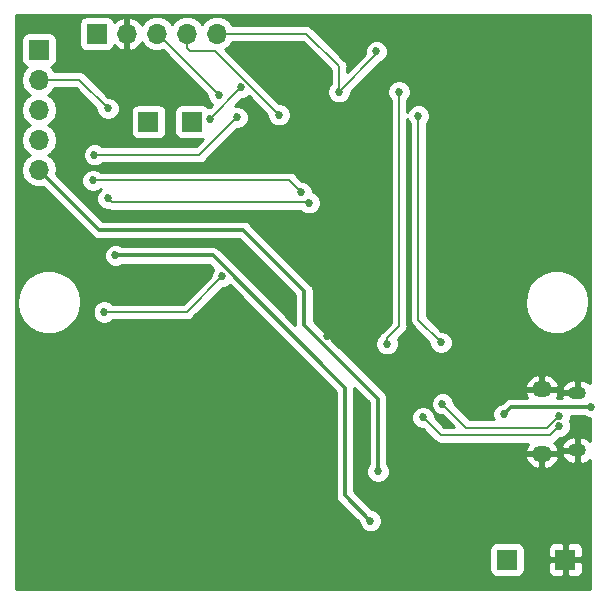
<source format=gbr>
G04 #@! TF.GenerationSoftware,KiCad,Pcbnew,(5.0.2)-1*
G04 #@! TF.CreationDate,2019-11-27T21:51:56-08:00*
G04 #@! TF.ProjectId,bsidessd,62736964-6573-4736-942e-6b696361645f,rev?*
G04 #@! TF.SameCoordinates,Original*
G04 #@! TF.FileFunction,Copper,L2,Bot*
G04 #@! TF.FilePolarity,Positive*
%FSLAX46Y46*%
G04 Gerber Fmt 4.6, Leading zero omitted, Abs format (unit mm)*
G04 Created by KiCad (PCBNEW (5.0.2)-1) date 11/27/2019 9:51:56 PM*
%MOMM*%
%LPD*%
G01*
G04 APERTURE LIST*
G04 #@! TA.AperFunction,ComponentPad*
%ADD10R,1.700000X1.700000*%
G04 #@! TD*
G04 #@! TA.AperFunction,ComponentPad*
%ADD11O,1.700000X1.700000*%
G04 #@! TD*
G04 #@! TA.AperFunction,ComponentPad*
%ADD12O,1.500000X1.100000*%
G04 #@! TD*
G04 #@! TA.AperFunction,ComponentPad*
%ADD13O,1.700000X1.350000*%
G04 #@! TD*
G04 #@! TA.AperFunction,ViaPad*
%ADD14C,0.685800*%
G04 #@! TD*
G04 #@! TA.AperFunction,Conductor*
%ADD15C,0.300000*%
G04 #@! TD*
G04 #@! TA.AperFunction,Conductor*
%ADD16C,0.152400*%
G04 #@! TD*
G04 #@! TA.AperFunction,Conductor*
%ADD17C,0.254000*%
G04 #@! TD*
G04 APERTURE END LIST*
D10*
G04 #@! TO.P,J1,1*
G04 #@! TO.N,VBAT*
X157556200Y-102260400D03*
D11*
G04 #@! TO.P,J1,2*
G04 #@! TO.N,GND*
X160096200Y-102260400D03*
G04 #@! TO.P,J1,3*
G04 #@! TO.N,/D4_A2_PAU06_TXD_MOSI*
X162636200Y-102260400D03*
G04 #@! TO.P,J1,4*
G04 #@! TO.N,/D3_A3_PAU07_RXD_SCK*
X165176200Y-102260400D03*
G04 #@! TO.P,J1,5*
G04 #@! TO.N,/~RESET*
X167716200Y-102260400D03*
G04 #@! TD*
G04 #@! TO.P,J2,5*
G04 #@! TO.N,VBUS*
X152654000Y-113792000D03*
G04 #@! TO.P,J2,4*
G04 #@! TO.N,/D0_A4_PAU08_SDA*
X152654000Y-111252000D03*
G04 #@! TO.P,J2,3*
G04 #@! TO.N,/D1_A0_PAU02*
X152654000Y-108712000D03*
G04 #@! TO.P,J2,2*
G04 #@! TO.N,/D2_A1_PAU09_SCL_MISO*
X152654000Y-106172000D03*
D10*
G04 #@! TO.P,J2,1*
G04 #@! TO.N,+3V3*
X152654000Y-103632000D03*
G04 #@! TD*
D12*
G04 #@! TO.P,J3,6*
G04 #@! TO.N,GND*
X198227000Y-132683000D03*
X198227000Y-137523000D03*
D13*
X195227000Y-132373000D03*
X195227000Y-137833000D03*
G04 #@! TD*
D10*
G04 #@! TO.P,TP1,1*
G04 #@! TO.N,Net-(TP1-Pad1)*
X165608000Y-109728000D03*
G04 #@! TD*
G04 #@! TO.P,TP2,1*
G04 #@! TO.N,Net-(TP2-Pad1)*
X161925000Y-109728000D03*
G04 #@! TD*
G04 #@! TO.P,TP3,1*
G04 #@! TO.N,VBAT*
X192278000Y-146786600D03*
G04 #@! TD*
G04 #@! TO.P,TP4,1*
G04 #@! TO.N,GND*
X197231000Y-146812000D03*
G04 #@! TD*
D14*
G04 #@! TO.N,GND*
X188976000Y-104775000D03*
X181229000Y-116967000D03*
X178435000Y-102870000D03*
X192151000Y-127381000D03*
X186309000Y-125476000D03*
X177038000Y-127889000D03*
X170053000Y-127762000D03*
X162433000Y-127762000D03*
X174752000Y-140970000D03*
X176530000Y-146304000D03*
X168783000Y-144145000D03*
X176403000Y-137922000D03*
X174371000Y-119380000D03*
G04 #@! TO.N,VBAT*
X180721000Y-143510000D03*
X159131000Y-121031000D03*
G04 #@! TO.N,/LED*
X169799000Y-106807000D03*
X167132000Y-109474000D03*
G04 #@! TO.N,Net-(D3-Pad2)*
X158165800Y-125831600D03*
X168173400Y-122809000D03*
G04 #@! TO.N,VBUS*
X192024000Y-134493000D03*
X199429700Y-133858000D03*
X181356000Y-139319000D03*
G04 #@! TO.N,/D4_A2_PAU06_TXD_MOSI*
X167894000Y-107442000D03*
G04 #@! TO.N,/D3_A3_PAU07_RXD_SCK*
X172974000Y-109136178D03*
G04 #@! TO.N,/~RESET*
X178054000Y-107188000D03*
X181229000Y-103759000D03*
G04 #@! TO.N,/D0_A4_PAU08_SDA*
X174879000Y-115697000D03*
X157226000Y-114681000D03*
G04 #@! TO.N,/D1_A0_PAU02*
X169418000Y-109347000D03*
X157353000Y-112522000D03*
G04 #@! TO.N,/D2_A1_PAU09_SCL_MISO*
X158496000Y-108585000D03*
X158496000Y-116205000D03*
X175514000Y-116586000D03*
G04 #@! TO.N,/D-*
X196702302Y-134620000D03*
X186817000Y-133604000D03*
X186690000Y-128397000D03*
X184785000Y-109220000D03*
G04 #@! TO.N,/D+*
X196723000Y-135509000D03*
X185166000Y-134747000D03*
X182118000Y-128524000D03*
X183134000Y-107188000D03*
G04 #@! TD*
D15*
G04 #@! TO.N,VBAT*
X180721000Y-143510000D02*
X178562000Y-141351000D01*
X178562000Y-141351000D02*
X178562000Y-133985000D01*
X178562000Y-132242554D02*
X167350446Y-121031000D01*
X178562000Y-133985000D02*
X178562000Y-132242554D01*
X167350446Y-121031000D02*
X159131000Y-121031000D01*
D16*
G04 #@! TO.N,/LED*
X169799000Y-106807000D02*
X167132000Y-109474000D01*
G04 #@! TO.N,Net-(D3-Pad2)*
X158165800Y-125831600D02*
X165150800Y-125831600D01*
X165150800Y-125831600D02*
X168173400Y-122809000D01*
D15*
G04 #@! TO.N,VBUS*
X192024000Y-134493000D02*
X192659000Y-133858000D01*
X192659000Y-133858000D02*
X199429700Y-133858000D01*
X152654000Y-113792000D02*
X157734000Y-118872000D01*
X157734000Y-118872000D02*
X169926000Y-118872000D01*
X169926000Y-118872000D02*
X175133000Y-124079000D01*
X181356000Y-133162046D02*
X181356000Y-139319000D01*
X175133000Y-124079000D02*
X175133000Y-126939046D01*
X175133000Y-126939046D02*
X181356000Y-133162046D01*
D16*
G04 #@! TO.N,/D4_A2_PAU06_TXD_MOSI*
X162712400Y-102260400D02*
X162636200Y-102260400D01*
X167894000Y-107442000D02*
X162712400Y-102260400D01*
G04 #@! TO.N,/D3_A3_PAU07_RXD_SCK*
X165176200Y-103462481D02*
X165472719Y-103759000D01*
X165176200Y-102260400D02*
X165176200Y-103462481D01*
X165472719Y-103759000D02*
X167596822Y-103759000D01*
X167596822Y-103759000D02*
X172974000Y-109136178D01*
G04 #@! TO.N,/~RESET*
X178054000Y-107188000D02*
X181229000Y-104013000D01*
X181229000Y-104013000D02*
X181229000Y-103759000D01*
X167716200Y-102260400D02*
X175285400Y-102260400D01*
X178054000Y-105029000D02*
X178054000Y-107188000D01*
X175285400Y-102260400D02*
X178054000Y-105029000D01*
G04 #@! TO.N,/D0_A4_PAU08_SDA*
X174879000Y-115697000D02*
X173863000Y-114681000D01*
X173863000Y-114681000D02*
X157861000Y-114681000D01*
X157861000Y-114681000D02*
X157226000Y-114681000D01*
G04 #@! TO.N,/D1_A0_PAU02*
X169418000Y-109347000D02*
X166243000Y-112522000D01*
X157353000Y-112522000D02*
X166243000Y-112522000D01*
G04 #@! TO.N,/D2_A1_PAU09_SCL_MISO*
X152654000Y-106172000D02*
X156083000Y-106172000D01*
X156083000Y-106172000D02*
X158496000Y-108585000D01*
X175475899Y-116547899D02*
X175514000Y-116586000D01*
X158496000Y-116205000D02*
X158838899Y-116547899D01*
X158838899Y-116547899D02*
X175475899Y-116547899D01*
G04 #@! TO.N,/D-*
X196702302Y-134620000D02*
X195686302Y-135636000D01*
X195686302Y-135636000D02*
X189103000Y-135636000D01*
X189103000Y-135636000D02*
X188849000Y-135636000D01*
X188849000Y-135636000D02*
X186817000Y-133604000D01*
X186690000Y-128397000D02*
X184785000Y-126492000D01*
X184785000Y-126492000D02*
X184785000Y-109220000D01*
G04 #@! TO.N,/D+*
X196723000Y-135509000D02*
X195961000Y-136271000D01*
X195961000Y-136271000D02*
X189103000Y-136271000D01*
X189103000Y-136271000D02*
X186690000Y-136271000D01*
X186690000Y-136271000D02*
X185166000Y-134747000D01*
X182118000Y-128039067D02*
X183134000Y-127023067D01*
X182118000Y-128524000D02*
X182118000Y-128039067D01*
X183134000Y-127023067D02*
X183134000Y-107188000D01*
G04 #@! TD*
D17*
G04 #@! TO.N,GND*
G36*
X199290001Y-131879452D02*
X198985954Y-131631156D01*
X198540883Y-131497320D01*
X198354000Y-131652852D01*
X198354000Y-132556000D01*
X198374000Y-132556000D01*
X198374000Y-132810000D01*
X198354000Y-132810000D01*
X198354000Y-132830000D01*
X198100000Y-132830000D01*
X198100000Y-132810000D01*
X197008639Y-132810000D01*
X196883197Y-132992744D01*
X196887994Y-133031526D01*
X196910292Y-133073000D01*
X196491248Y-133073000D01*
X196666856Y-132726029D01*
X196669910Y-132702400D01*
X196546224Y-132500000D01*
X195354000Y-132500000D01*
X195354000Y-132520000D01*
X195100000Y-132520000D01*
X195100000Y-132500000D01*
X193907776Y-132500000D01*
X193784090Y-132702400D01*
X193787144Y-132726029D01*
X193962752Y-133073000D01*
X192736312Y-133073000D01*
X192659000Y-133057622D01*
X192581688Y-133073000D01*
X192581684Y-133073000D01*
X192352708Y-133118546D01*
X192093047Y-133292047D01*
X192049251Y-133357592D01*
X191891743Y-133515100D01*
X191829484Y-133515100D01*
X191470064Y-133663977D01*
X191194977Y-133939064D01*
X191046100Y-134298484D01*
X191046100Y-134687516D01*
X191144386Y-134924800D01*
X189143589Y-134924800D01*
X187794900Y-133576112D01*
X187794900Y-133409484D01*
X187646023Y-133050064D01*
X187370936Y-132774977D01*
X187011516Y-132626100D01*
X186622484Y-132626100D01*
X186263064Y-132774977D01*
X185987977Y-133050064D01*
X185839100Y-133409484D01*
X185839100Y-133798516D01*
X185987977Y-134157936D01*
X186263064Y-134433023D01*
X186622484Y-134581900D01*
X186789112Y-134581900D01*
X187767011Y-135559800D01*
X186984589Y-135559800D01*
X186143900Y-134719112D01*
X186143900Y-134552484D01*
X185995023Y-134193064D01*
X185719936Y-133917977D01*
X185360516Y-133769100D01*
X184971484Y-133769100D01*
X184612064Y-133917977D01*
X184336977Y-134193064D01*
X184188100Y-134552484D01*
X184188100Y-134941516D01*
X184336977Y-135300936D01*
X184612064Y-135576023D01*
X184971484Y-135724900D01*
X185138112Y-135724900D01*
X186137578Y-136724367D01*
X186177254Y-136783746D01*
X186236633Y-136823422D01*
X186236635Y-136823424D01*
X186412502Y-136940935D01*
X186412503Y-136940935D01*
X186412504Y-136940936D01*
X186619954Y-136982200D01*
X186619957Y-136982200D01*
X186689999Y-136996132D01*
X186760041Y-136982200D01*
X194065805Y-136982200D01*
X194018524Y-137022804D01*
X193787144Y-137479971D01*
X193784090Y-137503600D01*
X193907776Y-137706000D01*
X195100000Y-137706000D01*
X195100000Y-137686000D01*
X195354000Y-137686000D01*
X195354000Y-137706000D01*
X196546224Y-137706000D01*
X196669910Y-137503600D01*
X196666856Y-137479971D01*
X196531867Y-137213256D01*
X196883197Y-137213256D01*
X197008639Y-137396000D01*
X198100000Y-137396000D01*
X198100000Y-136492852D01*
X197913117Y-136337320D01*
X197468046Y-136471156D01*
X197108071Y-136765125D01*
X196887994Y-137174474D01*
X196883197Y-137213256D01*
X196531867Y-137213256D01*
X196435476Y-137022804D01*
X196295665Y-136902737D01*
X196473746Y-136783746D01*
X196513424Y-136724364D01*
X196750888Y-136486900D01*
X196917516Y-136486900D01*
X197276936Y-136338023D01*
X197552023Y-136062936D01*
X197700900Y-135703516D01*
X197700900Y-135314484D01*
X197587004Y-135039515D01*
X197680202Y-134814516D01*
X197680202Y-134643000D01*
X198831741Y-134643000D01*
X198875764Y-134687023D01*
X199235184Y-134835900D01*
X199290001Y-134835900D01*
X199290001Y-136719452D01*
X198985954Y-136471156D01*
X198540883Y-136337320D01*
X198354000Y-136492852D01*
X198354000Y-137396000D01*
X198374000Y-137396000D01*
X198374000Y-137650000D01*
X198354000Y-137650000D01*
X198354000Y-138553148D01*
X198540883Y-138708680D01*
X198985954Y-138574844D01*
X199290001Y-138326548D01*
X199290001Y-149290000D01*
X150710000Y-149290000D01*
X150710000Y-145936600D01*
X190780560Y-145936600D01*
X190780560Y-147636600D01*
X190829843Y-147884365D01*
X190970191Y-148094409D01*
X191180235Y-148234757D01*
X191428000Y-148284040D01*
X193128000Y-148284040D01*
X193375765Y-148234757D01*
X193585809Y-148094409D01*
X193726157Y-147884365D01*
X193775440Y-147636600D01*
X193775440Y-147097750D01*
X195746000Y-147097750D01*
X195746000Y-147788310D01*
X195842673Y-148021699D01*
X196021302Y-148200327D01*
X196254691Y-148297000D01*
X196945250Y-148297000D01*
X197104000Y-148138250D01*
X197104000Y-146939000D01*
X197358000Y-146939000D01*
X197358000Y-148138250D01*
X197516750Y-148297000D01*
X198207309Y-148297000D01*
X198440698Y-148200327D01*
X198619327Y-148021699D01*
X198716000Y-147788310D01*
X198716000Y-147097750D01*
X198557250Y-146939000D01*
X197358000Y-146939000D01*
X197104000Y-146939000D01*
X195904750Y-146939000D01*
X195746000Y-147097750D01*
X193775440Y-147097750D01*
X193775440Y-145936600D01*
X193755368Y-145835690D01*
X195746000Y-145835690D01*
X195746000Y-146526250D01*
X195904750Y-146685000D01*
X197104000Y-146685000D01*
X197104000Y-145485750D01*
X197358000Y-145485750D01*
X197358000Y-146685000D01*
X198557250Y-146685000D01*
X198716000Y-146526250D01*
X198716000Y-145835690D01*
X198619327Y-145602301D01*
X198440698Y-145423673D01*
X198207309Y-145327000D01*
X197516750Y-145327000D01*
X197358000Y-145485750D01*
X197104000Y-145485750D01*
X196945250Y-145327000D01*
X196254691Y-145327000D01*
X196021302Y-145423673D01*
X195842673Y-145602301D01*
X195746000Y-145835690D01*
X193755368Y-145835690D01*
X193726157Y-145688835D01*
X193585809Y-145478791D01*
X193375765Y-145338443D01*
X193128000Y-145289160D01*
X191428000Y-145289160D01*
X191180235Y-145338443D01*
X190970191Y-145478791D01*
X190829843Y-145688835D01*
X190780560Y-145936600D01*
X150710000Y-145936600D01*
X150710000Y-125033352D01*
X150770204Y-125033352D01*
X150889288Y-125798175D01*
X151218246Y-126498832D01*
X151730633Y-127079000D01*
X152385258Y-127492037D01*
X153129496Y-127704742D01*
X153903520Y-127700013D01*
X154645104Y-127478233D01*
X155294634Y-127057228D01*
X155799895Y-126470844D01*
X156120268Y-125766220D01*
X156230000Y-125000000D01*
X156229185Y-124933300D01*
X156100766Y-124169990D01*
X155763273Y-123473403D01*
X155243836Y-122899539D01*
X154584214Y-122494530D01*
X153837432Y-122290934D01*
X153063524Y-122305118D01*
X152324705Y-122535942D01*
X151680366Y-122964851D01*
X151182307Y-123557363D01*
X150870566Y-124265849D01*
X150770204Y-125033352D01*
X150710000Y-125033352D01*
X150710000Y-106172000D01*
X151139908Y-106172000D01*
X151255161Y-106751418D01*
X151583375Y-107242625D01*
X151881761Y-107442000D01*
X151583375Y-107641375D01*
X151255161Y-108132582D01*
X151139908Y-108712000D01*
X151255161Y-109291418D01*
X151583375Y-109782625D01*
X151881761Y-109982000D01*
X151583375Y-110181375D01*
X151255161Y-110672582D01*
X151139908Y-111252000D01*
X151255161Y-111831418D01*
X151583375Y-112322625D01*
X151881761Y-112522000D01*
X151583375Y-112721375D01*
X151255161Y-113212582D01*
X151139908Y-113792000D01*
X151255161Y-114371418D01*
X151583375Y-114862625D01*
X152074582Y-115190839D01*
X152507744Y-115277000D01*
X152800256Y-115277000D01*
X152990918Y-115239075D01*
X157124253Y-119372411D01*
X157168047Y-119437953D01*
X157233589Y-119481747D01*
X157233591Y-119481749D01*
X157427708Y-119611454D01*
X157656684Y-119657000D01*
X157656688Y-119657000D01*
X157734000Y-119672378D01*
X157811312Y-119657000D01*
X169600843Y-119657000D01*
X174348000Y-124404158D01*
X174348001Y-126861729D01*
X174338599Y-126908996D01*
X167960195Y-120530592D01*
X167916399Y-120465047D01*
X167656738Y-120291546D01*
X167427762Y-120246000D01*
X167427758Y-120246000D01*
X167350446Y-120230622D01*
X167273134Y-120246000D01*
X159728959Y-120246000D01*
X159684936Y-120201977D01*
X159325516Y-120053100D01*
X158936484Y-120053100D01*
X158577064Y-120201977D01*
X158301977Y-120477064D01*
X158153100Y-120836484D01*
X158153100Y-121225516D01*
X158301977Y-121584936D01*
X158577064Y-121860023D01*
X158936484Y-122008900D01*
X159325516Y-122008900D01*
X159684936Y-121860023D01*
X159728959Y-121816000D01*
X167025289Y-121816000D01*
X167404365Y-122195076D01*
X167344377Y-122255064D01*
X167195500Y-122614484D01*
X167195500Y-122781111D01*
X164856212Y-125120400D01*
X158837559Y-125120400D01*
X158719736Y-125002577D01*
X158360316Y-124853700D01*
X157971284Y-124853700D01*
X157611864Y-125002577D01*
X157336777Y-125277664D01*
X157187900Y-125637084D01*
X157187900Y-126026116D01*
X157336777Y-126385536D01*
X157611864Y-126660623D01*
X157971284Y-126809500D01*
X158360316Y-126809500D01*
X158719736Y-126660623D01*
X158837559Y-126542800D01*
X165080759Y-126542800D01*
X165150800Y-126556732D01*
X165220841Y-126542800D01*
X165220846Y-126542800D01*
X165428296Y-126501536D01*
X165663546Y-126344346D01*
X165703224Y-126284964D01*
X168201289Y-123786900D01*
X168367916Y-123786900D01*
X168727336Y-123638023D01*
X168787324Y-123578035D01*
X177777001Y-132567712D01*
X177777000Y-134062315D01*
X177777001Y-134062320D01*
X177777000Y-141273688D01*
X177761622Y-141351000D01*
X177777000Y-141428312D01*
X177777000Y-141428315D01*
X177822546Y-141657291D01*
X177996047Y-141916953D01*
X178061592Y-141960749D01*
X179743100Y-143642258D01*
X179743100Y-143704516D01*
X179891977Y-144063936D01*
X180167064Y-144339023D01*
X180526484Y-144487900D01*
X180915516Y-144487900D01*
X181274936Y-144339023D01*
X181550023Y-144063936D01*
X181698900Y-143704516D01*
X181698900Y-143315484D01*
X181550023Y-142956064D01*
X181274936Y-142680977D01*
X180915516Y-142532100D01*
X180853258Y-142532100D01*
X179347000Y-141025843D01*
X179347000Y-132319866D01*
X179356401Y-132272604D01*
X180571000Y-133487204D01*
X180571001Y-138721040D01*
X180526977Y-138765064D01*
X180378100Y-139124484D01*
X180378100Y-139513516D01*
X180526977Y-139872936D01*
X180802064Y-140148023D01*
X181161484Y-140296900D01*
X181550516Y-140296900D01*
X181909936Y-140148023D01*
X182185023Y-139872936D01*
X182333900Y-139513516D01*
X182333900Y-139124484D01*
X182185023Y-138765064D01*
X182141000Y-138721041D01*
X182141000Y-138162400D01*
X193784090Y-138162400D01*
X193787144Y-138186029D01*
X194018524Y-138643196D01*
X194407241Y-138977018D01*
X194894117Y-139136673D01*
X195100000Y-138986571D01*
X195100000Y-137960000D01*
X195354000Y-137960000D01*
X195354000Y-138986571D01*
X195559883Y-139136673D01*
X196046759Y-138977018D01*
X196435476Y-138643196D01*
X196666856Y-138186029D01*
X196669910Y-138162400D01*
X196546224Y-137960000D01*
X195354000Y-137960000D01*
X195100000Y-137960000D01*
X193907776Y-137960000D01*
X193784090Y-138162400D01*
X182141000Y-138162400D01*
X182141000Y-137832744D01*
X196883197Y-137832744D01*
X196887994Y-137871526D01*
X197108071Y-138280875D01*
X197468046Y-138574844D01*
X197913117Y-138708680D01*
X198100000Y-138553148D01*
X198100000Y-137650000D01*
X197008639Y-137650000D01*
X196883197Y-137832744D01*
X182141000Y-137832744D01*
X182141000Y-133239358D01*
X182156378Y-133162046D01*
X182141000Y-133084734D01*
X182141000Y-133084730D01*
X182095454Y-132855754D01*
X182064882Y-132810000D01*
X181965749Y-132661637D01*
X181965747Y-132661635D01*
X181921953Y-132596093D01*
X181856411Y-132552299D01*
X181677368Y-132373256D01*
X196883197Y-132373256D01*
X197008639Y-132556000D01*
X198100000Y-132556000D01*
X198100000Y-131652852D01*
X197913117Y-131497320D01*
X197468046Y-131631156D01*
X197108071Y-131925125D01*
X196887994Y-132334474D01*
X196883197Y-132373256D01*
X181677368Y-132373256D01*
X181347712Y-132043600D01*
X193784090Y-132043600D01*
X193907776Y-132246000D01*
X195100000Y-132246000D01*
X195100000Y-131219429D01*
X195354000Y-131219429D01*
X195354000Y-132246000D01*
X196546224Y-132246000D01*
X196669910Y-132043600D01*
X196666856Y-132019971D01*
X196435476Y-131562804D01*
X196046759Y-131228982D01*
X195559883Y-131069327D01*
X195354000Y-131219429D01*
X195100000Y-131219429D01*
X194894117Y-131069327D01*
X194407241Y-131228982D01*
X194018524Y-131562804D01*
X193787144Y-132019971D01*
X193784090Y-132043600D01*
X181347712Y-132043600D01*
X177633596Y-128329484D01*
X181140100Y-128329484D01*
X181140100Y-128718516D01*
X181288977Y-129077936D01*
X181564064Y-129353023D01*
X181923484Y-129501900D01*
X182312516Y-129501900D01*
X182671936Y-129353023D01*
X182947023Y-129077936D01*
X183095900Y-128718516D01*
X183095900Y-128329484D01*
X183019007Y-128143848D01*
X183587369Y-127575487D01*
X183646745Y-127535813D01*
X183686420Y-127476436D01*
X183686424Y-127476432D01*
X183781232Y-127334541D01*
X183803936Y-127300563D01*
X183845200Y-127093113D01*
X183845200Y-127093109D01*
X183859132Y-127023067D01*
X183845200Y-126953026D01*
X183845200Y-109506497D01*
X183955977Y-109773936D01*
X184073801Y-109891760D01*
X184073800Y-126421959D01*
X184059868Y-126492000D01*
X184073800Y-126562041D01*
X184073800Y-126562045D01*
X184115064Y-126769495D01*
X184115065Y-126769496D01*
X184232576Y-126945364D01*
X184232578Y-126945366D01*
X184272254Y-127004745D01*
X184331634Y-127044422D01*
X185712100Y-128424889D01*
X185712100Y-128591516D01*
X185860977Y-128950936D01*
X186136064Y-129226023D01*
X186495484Y-129374900D01*
X186884516Y-129374900D01*
X187243936Y-129226023D01*
X187519023Y-128950936D01*
X187667900Y-128591516D01*
X187667900Y-128202484D01*
X187519023Y-127843064D01*
X187243936Y-127567977D01*
X186884516Y-127419100D01*
X186717889Y-127419100D01*
X185496200Y-126197412D01*
X185496200Y-125033352D01*
X193770204Y-125033352D01*
X193889288Y-125798175D01*
X194218246Y-126498832D01*
X194730633Y-127079000D01*
X195385258Y-127492037D01*
X196129496Y-127704742D01*
X196903520Y-127700013D01*
X197645104Y-127478233D01*
X198294634Y-127057228D01*
X198799895Y-126470844D01*
X199120268Y-125766220D01*
X199230000Y-125000000D01*
X199229185Y-124933300D01*
X199100766Y-124169990D01*
X198763273Y-123473403D01*
X198243836Y-122899539D01*
X197584214Y-122494530D01*
X196837432Y-122290934D01*
X196063524Y-122305118D01*
X195324705Y-122535942D01*
X194680366Y-122964851D01*
X194182307Y-123557363D01*
X193870566Y-124265849D01*
X193770204Y-125033352D01*
X185496200Y-125033352D01*
X185496200Y-109891759D01*
X185614023Y-109773936D01*
X185762900Y-109414516D01*
X185762900Y-109025484D01*
X185614023Y-108666064D01*
X185338936Y-108390977D01*
X184979516Y-108242100D01*
X184590484Y-108242100D01*
X184231064Y-108390977D01*
X183955977Y-108666064D01*
X183845200Y-108933503D01*
X183845200Y-107859759D01*
X183963023Y-107741936D01*
X184111900Y-107382516D01*
X184111900Y-106993484D01*
X183963023Y-106634064D01*
X183687936Y-106358977D01*
X183328516Y-106210100D01*
X182939484Y-106210100D01*
X182580064Y-106358977D01*
X182304977Y-106634064D01*
X182156100Y-106993484D01*
X182156100Y-107382516D01*
X182304977Y-107741936D01*
X182422801Y-107859760D01*
X182422800Y-126728478D01*
X181664634Y-127486645D01*
X181605255Y-127526321D01*
X181565578Y-127585701D01*
X181565576Y-127585703D01*
X181516485Y-127659172D01*
X181448064Y-127761571D01*
X181435796Y-127823245D01*
X181288977Y-127970064D01*
X181140100Y-128329484D01*
X177633596Y-128329484D01*
X175918000Y-126613889D01*
X175918000Y-124156311D01*
X175933378Y-124078999D01*
X175918000Y-124001685D01*
X175918000Y-124001684D01*
X175872454Y-123772708D01*
X175840022Y-123724170D01*
X175742749Y-123578591D01*
X175742747Y-123578589D01*
X175698953Y-123513047D01*
X175633411Y-123469253D01*
X170535748Y-118371591D01*
X170491953Y-118306047D01*
X170232292Y-118132546D01*
X170003316Y-118087000D01*
X170003312Y-118087000D01*
X169926000Y-118071622D01*
X169848688Y-118087000D01*
X158059158Y-118087000D01*
X154458642Y-114486484D01*
X156248100Y-114486484D01*
X156248100Y-114875516D01*
X156396977Y-115234936D01*
X156672064Y-115510023D01*
X157031484Y-115658900D01*
X157420516Y-115658900D01*
X157779936Y-115510023D01*
X157897759Y-115392200D01*
X157925841Y-115392200D01*
X157666977Y-115651064D01*
X157518100Y-116010484D01*
X157518100Y-116399516D01*
X157666977Y-116758936D01*
X157942064Y-117034023D01*
X158301484Y-117182900D01*
X158509119Y-117182900D01*
X158561401Y-117217834D01*
X158561402Y-117217834D01*
X158561403Y-117217835D01*
X158768853Y-117259099D01*
X158768856Y-117259099D01*
X158838898Y-117273031D01*
X158908940Y-117259099D01*
X174804140Y-117259099D01*
X174960064Y-117415023D01*
X175319484Y-117563900D01*
X175708516Y-117563900D01*
X176067936Y-117415023D01*
X176343023Y-117139936D01*
X176491900Y-116780516D01*
X176491900Y-116391484D01*
X176343023Y-116032064D01*
X176067936Y-115756977D01*
X175856900Y-115669563D01*
X175856900Y-115502484D01*
X175708023Y-115143064D01*
X175432936Y-114867977D01*
X175073516Y-114719100D01*
X174906889Y-114719100D01*
X174415424Y-114227636D01*
X174375746Y-114168254D01*
X174140496Y-114011064D01*
X173933046Y-113969800D01*
X173933041Y-113969800D01*
X173863000Y-113955868D01*
X173792959Y-113969800D01*
X157897759Y-113969800D01*
X157779936Y-113851977D01*
X157420516Y-113703100D01*
X157031484Y-113703100D01*
X156672064Y-113851977D01*
X156396977Y-114127064D01*
X156248100Y-114486484D01*
X154458642Y-114486484D01*
X154101075Y-114128918D01*
X154168092Y-113792000D01*
X154052839Y-113212582D01*
X153724625Y-112721375D01*
X153426239Y-112522000D01*
X153717352Y-112327484D01*
X156375100Y-112327484D01*
X156375100Y-112716516D01*
X156523977Y-113075936D01*
X156799064Y-113351023D01*
X157158484Y-113499900D01*
X157547516Y-113499900D01*
X157906936Y-113351023D01*
X158024759Y-113233200D01*
X166172959Y-113233200D01*
X166243000Y-113247132D01*
X166313041Y-113233200D01*
X166313046Y-113233200D01*
X166520496Y-113191936D01*
X166755746Y-113034746D01*
X166795424Y-112975364D01*
X169445889Y-110324900D01*
X169612516Y-110324900D01*
X169971936Y-110176023D01*
X170247023Y-109900936D01*
X170395900Y-109541516D01*
X170395900Y-109152484D01*
X170247023Y-108793064D01*
X169971936Y-108517977D01*
X169612516Y-108369100D01*
X169242689Y-108369100D01*
X169826889Y-107784900D01*
X169993516Y-107784900D01*
X170352936Y-107636023D01*
X170410496Y-107578463D01*
X171996100Y-109164067D01*
X171996100Y-109330694D01*
X172144977Y-109690114D01*
X172420064Y-109965201D01*
X172779484Y-110114078D01*
X173168516Y-110114078D01*
X173527936Y-109965201D01*
X173803023Y-109690114D01*
X173951900Y-109330694D01*
X173951900Y-108941662D01*
X173803023Y-108582242D01*
X173527936Y-108307155D01*
X173168516Y-108158278D01*
X173001889Y-108158278D01*
X168419844Y-103576234D01*
X168786825Y-103331025D01*
X169026985Y-102971600D01*
X174990812Y-102971600D01*
X177342800Y-105323589D01*
X177342801Y-106516240D01*
X177224977Y-106634064D01*
X177076100Y-106993484D01*
X177076100Y-107382516D01*
X177224977Y-107741936D01*
X177500064Y-108017023D01*
X177859484Y-108165900D01*
X178248516Y-108165900D01*
X178607936Y-108017023D01*
X178883023Y-107741936D01*
X179031900Y-107382516D01*
X179031900Y-107215888D01*
X181572671Y-104675118D01*
X181782936Y-104588023D01*
X182058023Y-104312936D01*
X182206900Y-103953516D01*
X182206900Y-103564484D01*
X182058023Y-103205064D01*
X181782936Y-102929977D01*
X181423516Y-102781100D01*
X181034484Y-102781100D01*
X180675064Y-102929977D01*
X180399977Y-103205064D01*
X180251100Y-103564484D01*
X180251100Y-103953516D01*
X180260354Y-103975857D01*
X178765200Y-105471012D01*
X178765200Y-105099042D01*
X178779132Y-105029000D01*
X178765200Y-104958958D01*
X178765200Y-104958954D01*
X178723936Y-104751504D01*
X178701232Y-104717526D01*
X178606424Y-104575635D01*
X178606420Y-104575631D01*
X178566745Y-104516254D01*
X178507369Y-104476580D01*
X175837824Y-101807036D01*
X175798146Y-101747654D01*
X175562896Y-101590464D01*
X175355446Y-101549200D01*
X175355441Y-101549200D01*
X175285400Y-101535268D01*
X175215359Y-101549200D01*
X169026985Y-101549200D01*
X168786825Y-101189775D01*
X168295618Y-100861561D01*
X167862456Y-100775400D01*
X167569944Y-100775400D01*
X167136782Y-100861561D01*
X166645575Y-101189775D01*
X166446200Y-101488161D01*
X166246825Y-101189775D01*
X165755618Y-100861561D01*
X165322456Y-100775400D01*
X165029944Y-100775400D01*
X164596782Y-100861561D01*
X164105575Y-101189775D01*
X163906200Y-101488161D01*
X163706825Y-101189775D01*
X163215618Y-100861561D01*
X162782456Y-100775400D01*
X162489944Y-100775400D01*
X162056782Y-100861561D01*
X161565575Y-101189775D01*
X161352357Y-101508878D01*
X161291383Y-101379042D01*
X160863124Y-100988755D01*
X160453090Y-100818924D01*
X160223200Y-100940245D01*
X160223200Y-102133400D01*
X160243200Y-102133400D01*
X160243200Y-102387400D01*
X160223200Y-102387400D01*
X160223200Y-103580555D01*
X160453090Y-103701876D01*
X160863124Y-103532045D01*
X161291383Y-103141758D01*
X161352357Y-103011922D01*
X161565575Y-103331025D01*
X162056782Y-103659239D01*
X162489944Y-103745400D01*
X162782456Y-103745400D01*
X163123729Y-103677517D01*
X166916100Y-107469889D01*
X166916100Y-107636516D01*
X167064977Y-107995936D01*
X167334626Y-108265585D01*
X167104112Y-108496100D01*
X166966530Y-108496100D01*
X166915809Y-108420191D01*
X166705765Y-108279843D01*
X166458000Y-108230560D01*
X164758000Y-108230560D01*
X164510235Y-108279843D01*
X164300191Y-108420191D01*
X164159843Y-108630235D01*
X164110560Y-108878000D01*
X164110560Y-110578000D01*
X164159843Y-110825765D01*
X164300191Y-111035809D01*
X164510235Y-111176157D01*
X164758000Y-111225440D01*
X166458000Y-111225440D01*
X166552586Y-111206626D01*
X165948412Y-111810800D01*
X158024759Y-111810800D01*
X157906936Y-111692977D01*
X157547516Y-111544100D01*
X157158484Y-111544100D01*
X156799064Y-111692977D01*
X156523977Y-111968064D01*
X156375100Y-112327484D01*
X153717352Y-112327484D01*
X153724625Y-112322625D01*
X154052839Y-111831418D01*
X154168092Y-111252000D01*
X154052839Y-110672582D01*
X153724625Y-110181375D01*
X153426239Y-109982000D01*
X153724625Y-109782625D01*
X154052839Y-109291418D01*
X154168092Y-108712000D01*
X154052839Y-108132582D01*
X153724625Y-107641375D01*
X153426239Y-107442000D01*
X153724625Y-107242625D01*
X153964785Y-106883200D01*
X155788412Y-106883200D01*
X157518100Y-108612889D01*
X157518100Y-108779516D01*
X157666977Y-109138936D01*
X157942064Y-109414023D01*
X158301484Y-109562900D01*
X158690516Y-109562900D01*
X159049936Y-109414023D01*
X159325023Y-109138936D01*
X159433106Y-108878000D01*
X160427560Y-108878000D01*
X160427560Y-110578000D01*
X160476843Y-110825765D01*
X160617191Y-111035809D01*
X160827235Y-111176157D01*
X161075000Y-111225440D01*
X162775000Y-111225440D01*
X163022765Y-111176157D01*
X163232809Y-111035809D01*
X163373157Y-110825765D01*
X163422440Y-110578000D01*
X163422440Y-108878000D01*
X163373157Y-108630235D01*
X163232809Y-108420191D01*
X163022765Y-108279843D01*
X162775000Y-108230560D01*
X161075000Y-108230560D01*
X160827235Y-108279843D01*
X160617191Y-108420191D01*
X160476843Y-108630235D01*
X160427560Y-108878000D01*
X159433106Y-108878000D01*
X159473900Y-108779516D01*
X159473900Y-108390484D01*
X159325023Y-108031064D01*
X159049936Y-107755977D01*
X158690516Y-107607100D01*
X158523889Y-107607100D01*
X156635424Y-105718636D01*
X156595746Y-105659254D01*
X156360496Y-105502064D01*
X156153046Y-105460800D01*
X156153041Y-105460800D01*
X156083000Y-105446868D01*
X156012959Y-105460800D01*
X153964785Y-105460800D01*
X153724625Y-105101375D01*
X153706381Y-105089184D01*
X153751765Y-105080157D01*
X153961809Y-104939809D01*
X154102157Y-104729765D01*
X154151440Y-104482000D01*
X154151440Y-102782000D01*
X154102157Y-102534235D01*
X153961809Y-102324191D01*
X153751765Y-102183843D01*
X153504000Y-102134560D01*
X151804000Y-102134560D01*
X151556235Y-102183843D01*
X151346191Y-102324191D01*
X151205843Y-102534235D01*
X151156560Y-102782000D01*
X151156560Y-104482000D01*
X151205843Y-104729765D01*
X151346191Y-104939809D01*
X151556235Y-105080157D01*
X151601619Y-105089184D01*
X151583375Y-105101375D01*
X151255161Y-105592582D01*
X151139908Y-106172000D01*
X150710000Y-106172000D01*
X150710000Y-101410400D01*
X156058760Y-101410400D01*
X156058760Y-103110400D01*
X156108043Y-103358165D01*
X156248391Y-103568209D01*
X156458435Y-103708557D01*
X156706200Y-103757840D01*
X158406200Y-103757840D01*
X158653965Y-103708557D01*
X158864009Y-103568209D01*
X159004357Y-103358165D01*
X159024939Y-103254692D01*
X159329276Y-103532045D01*
X159739310Y-103701876D01*
X159969200Y-103580555D01*
X159969200Y-102387400D01*
X159949200Y-102387400D01*
X159949200Y-102133400D01*
X159969200Y-102133400D01*
X159969200Y-100940245D01*
X159739310Y-100818924D01*
X159329276Y-100988755D01*
X159024939Y-101266108D01*
X159004357Y-101162635D01*
X158864009Y-100952591D01*
X158653965Y-100812243D01*
X158406200Y-100762960D01*
X156706200Y-100762960D01*
X156458435Y-100812243D01*
X156248391Y-100952591D01*
X156108043Y-101162635D01*
X156058760Y-101410400D01*
X150710000Y-101410400D01*
X150710000Y-100710000D01*
X199290000Y-100710000D01*
X199290001Y-131879452D01*
X199290001Y-131879452D01*
G37*
X199290001Y-131879452D02*
X198985954Y-131631156D01*
X198540883Y-131497320D01*
X198354000Y-131652852D01*
X198354000Y-132556000D01*
X198374000Y-132556000D01*
X198374000Y-132810000D01*
X198354000Y-132810000D01*
X198354000Y-132830000D01*
X198100000Y-132830000D01*
X198100000Y-132810000D01*
X197008639Y-132810000D01*
X196883197Y-132992744D01*
X196887994Y-133031526D01*
X196910292Y-133073000D01*
X196491248Y-133073000D01*
X196666856Y-132726029D01*
X196669910Y-132702400D01*
X196546224Y-132500000D01*
X195354000Y-132500000D01*
X195354000Y-132520000D01*
X195100000Y-132520000D01*
X195100000Y-132500000D01*
X193907776Y-132500000D01*
X193784090Y-132702400D01*
X193787144Y-132726029D01*
X193962752Y-133073000D01*
X192736312Y-133073000D01*
X192659000Y-133057622D01*
X192581688Y-133073000D01*
X192581684Y-133073000D01*
X192352708Y-133118546D01*
X192093047Y-133292047D01*
X192049251Y-133357592D01*
X191891743Y-133515100D01*
X191829484Y-133515100D01*
X191470064Y-133663977D01*
X191194977Y-133939064D01*
X191046100Y-134298484D01*
X191046100Y-134687516D01*
X191144386Y-134924800D01*
X189143589Y-134924800D01*
X187794900Y-133576112D01*
X187794900Y-133409484D01*
X187646023Y-133050064D01*
X187370936Y-132774977D01*
X187011516Y-132626100D01*
X186622484Y-132626100D01*
X186263064Y-132774977D01*
X185987977Y-133050064D01*
X185839100Y-133409484D01*
X185839100Y-133798516D01*
X185987977Y-134157936D01*
X186263064Y-134433023D01*
X186622484Y-134581900D01*
X186789112Y-134581900D01*
X187767011Y-135559800D01*
X186984589Y-135559800D01*
X186143900Y-134719112D01*
X186143900Y-134552484D01*
X185995023Y-134193064D01*
X185719936Y-133917977D01*
X185360516Y-133769100D01*
X184971484Y-133769100D01*
X184612064Y-133917977D01*
X184336977Y-134193064D01*
X184188100Y-134552484D01*
X184188100Y-134941516D01*
X184336977Y-135300936D01*
X184612064Y-135576023D01*
X184971484Y-135724900D01*
X185138112Y-135724900D01*
X186137578Y-136724367D01*
X186177254Y-136783746D01*
X186236633Y-136823422D01*
X186236635Y-136823424D01*
X186412502Y-136940935D01*
X186412503Y-136940935D01*
X186412504Y-136940936D01*
X186619954Y-136982200D01*
X186619957Y-136982200D01*
X186689999Y-136996132D01*
X186760041Y-136982200D01*
X194065805Y-136982200D01*
X194018524Y-137022804D01*
X193787144Y-137479971D01*
X193784090Y-137503600D01*
X193907776Y-137706000D01*
X195100000Y-137706000D01*
X195100000Y-137686000D01*
X195354000Y-137686000D01*
X195354000Y-137706000D01*
X196546224Y-137706000D01*
X196669910Y-137503600D01*
X196666856Y-137479971D01*
X196531867Y-137213256D01*
X196883197Y-137213256D01*
X197008639Y-137396000D01*
X198100000Y-137396000D01*
X198100000Y-136492852D01*
X197913117Y-136337320D01*
X197468046Y-136471156D01*
X197108071Y-136765125D01*
X196887994Y-137174474D01*
X196883197Y-137213256D01*
X196531867Y-137213256D01*
X196435476Y-137022804D01*
X196295665Y-136902737D01*
X196473746Y-136783746D01*
X196513424Y-136724364D01*
X196750888Y-136486900D01*
X196917516Y-136486900D01*
X197276936Y-136338023D01*
X197552023Y-136062936D01*
X197700900Y-135703516D01*
X197700900Y-135314484D01*
X197587004Y-135039515D01*
X197680202Y-134814516D01*
X197680202Y-134643000D01*
X198831741Y-134643000D01*
X198875764Y-134687023D01*
X199235184Y-134835900D01*
X199290001Y-134835900D01*
X199290001Y-136719452D01*
X198985954Y-136471156D01*
X198540883Y-136337320D01*
X198354000Y-136492852D01*
X198354000Y-137396000D01*
X198374000Y-137396000D01*
X198374000Y-137650000D01*
X198354000Y-137650000D01*
X198354000Y-138553148D01*
X198540883Y-138708680D01*
X198985954Y-138574844D01*
X199290001Y-138326548D01*
X199290001Y-149290000D01*
X150710000Y-149290000D01*
X150710000Y-145936600D01*
X190780560Y-145936600D01*
X190780560Y-147636600D01*
X190829843Y-147884365D01*
X190970191Y-148094409D01*
X191180235Y-148234757D01*
X191428000Y-148284040D01*
X193128000Y-148284040D01*
X193375765Y-148234757D01*
X193585809Y-148094409D01*
X193726157Y-147884365D01*
X193775440Y-147636600D01*
X193775440Y-147097750D01*
X195746000Y-147097750D01*
X195746000Y-147788310D01*
X195842673Y-148021699D01*
X196021302Y-148200327D01*
X196254691Y-148297000D01*
X196945250Y-148297000D01*
X197104000Y-148138250D01*
X197104000Y-146939000D01*
X197358000Y-146939000D01*
X197358000Y-148138250D01*
X197516750Y-148297000D01*
X198207309Y-148297000D01*
X198440698Y-148200327D01*
X198619327Y-148021699D01*
X198716000Y-147788310D01*
X198716000Y-147097750D01*
X198557250Y-146939000D01*
X197358000Y-146939000D01*
X197104000Y-146939000D01*
X195904750Y-146939000D01*
X195746000Y-147097750D01*
X193775440Y-147097750D01*
X193775440Y-145936600D01*
X193755368Y-145835690D01*
X195746000Y-145835690D01*
X195746000Y-146526250D01*
X195904750Y-146685000D01*
X197104000Y-146685000D01*
X197104000Y-145485750D01*
X197358000Y-145485750D01*
X197358000Y-146685000D01*
X198557250Y-146685000D01*
X198716000Y-146526250D01*
X198716000Y-145835690D01*
X198619327Y-145602301D01*
X198440698Y-145423673D01*
X198207309Y-145327000D01*
X197516750Y-145327000D01*
X197358000Y-145485750D01*
X197104000Y-145485750D01*
X196945250Y-145327000D01*
X196254691Y-145327000D01*
X196021302Y-145423673D01*
X195842673Y-145602301D01*
X195746000Y-145835690D01*
X193755368Y-145835690D01*
X193726157Y-145688835D01*
X193585809Y-145478791D01*
X193375765Y-145338443D01*
X193128000Y-145289160D01*
X191428000Y-145289160D01*
X191180235Y-145338443D01*
X190970191Y-145478791D01*
X190829843Y-145688835D01*
X190780560Y-145936600D01*
X150710000Y-145936600D01*
X150710000Y-125033352D01*
X150770204Y-125033352D01*
X150889288Y-125798175D01*
X151218246Y-126498832D01*
X151730633Y-127079000D01*
X152385258Y-127492037D01*
X153129496Y-127704742D01*
X153903520Y-127700013D01*
X154645104Y-127478233D01*
X155294634Y-127057228D01*
X155799895Y-126470844D01*
X156120268Y-125766220D01*
X156230000Y-125000000D01*
X156229185Y-124933300D01*
X156100766Y-124169990D01*
X155763273Y-123473403D01*
X155243836Y-122899539D01*
X154584214Y-122494530D01*
X153837432Y-122290934D01*
X153063524Y-122305118D01*
X152324705Y-122535942D01*
X151680366Y-122964851D01*
X151182307Y-123557363D01*
X150870566Y-124265849D01*
X150770204Y-125033352D01*
X150710000Y-125033352D01*
X150710000Y-106172000D01*
X151139908Y-106172000D01*
X151255161Y-106751418D01*
X151583375Y-107242625D01*
X151881761Y-107442000D01*
X151583375Y-107641375D01*
X151255161Y-108132582D01*
X151139908Y-108712000D01*
X151255161Y-109291418D01*
X151583375Y-109782625D01*
X151881761Y-109982000D01*
X151583375Y-110181375D01*
X151255161Y-110672582D01*
X151139908Y-111252000D01*
X151255161Y-111831418D01*
X151583375Y-112322625D01*
X151881761Y-112522000D01*
X151583375Y-112721375D01*
X151255161Y-113212582D01*
X151139908Y-113792000D01*
X151255161Y-114371418D01*
X151583375Y-114862625D01*
X152074582Y-115190839D01*
X152507744Y-115277000D01*
X152800256Y-115277000D01*
X152990918Y-115239075D01*
X157124253Y-119372411D01*
X157168047Y-119437953D01*
X157233589Y-119481747D01*
X157233591Y-119481749D01*
X157427708Y-119611454D01*
X157656684Y-119657000D01*
X157656688Y-119657000D01*
X157734000Y-119672378D01*
X157811312Y-119657000D01*
X169600843Y-119657000D01*
X174348000Y-124404158D01*
X174348001Y-126861729D01*
X174338599Y-126908996D01*
X167960195Y-120530592D01*
X167916399Y-120465047D01*
X167656738Y-120291546D01*
X167427762Y-120246000D01*
X167427758Y-120246000D01*
X167350446Y-120230622D01*
X167273134Y-120246000D01*
X159728959Y-120246000D01*
X159684936Y-120201977D01*
X159325516Y-120053100D01*
X158936484Y-120053100D01*
X158577064Y-120201977D01*
X158301977Y-120477064D01*
X158153100Y-120836484D01*
X158153100Y-121225516D01*
X158301977Y-121584936D01*
X158577064Y-121860023D01*
X158936484Y-122008900D01*
X159325516Y-122008900D01*
X159684936Y-121860023D01*
X159728959Y-121816000D01*
X167025289Y-121816000D01*
X167404365Y-122195076D01*
X167344377Y-122255064D01*
X167195500Y-122614484D01*
X167195500Y-122781111D01*
X164856212Y-125120400D01*
X158837559Y-125120400D01*
X158719736Y-125002577D01*
X158360316Y-124853700D01*
X157971284Y-124853700D01*
X157611864Y-125002577D01*
X157336777Y-125277664D01*
X157187900Y-125637084D01*
X157187900Y-126026116D01*
X157336777Y-126385536D01*
X157611864Y-126660623D01*
X157971284Y-126809500D01*
X158360316Y-126809500D01*
X158719736Y-126660623D01*
X158837559Y-126542800D01*
X165080759Y-126542800D01*
X165150800Y-126556732D01*
X165220841Y-126542800D01*
X165220846Y-126542800D01*
X165428296Y-126501536D01*
X165663546Y-126344346D01*
X165703224Y-126284964D01*
X168201289Y-123786900D01*
X168367916Y-123786900D01*
X168727336Y-123638023D01*
X168787324Y-123578035D01*
X177777001Y-132567712D01*
X177777000Y-134062315D01*
X177777001Y-134062320D01*
X177777000Y-141273688D01*
X177761622Y-141351000D01*
X177777000Y-141428312D01*
X177777000Y-141428315D01*
X177822546Y-141657291D01*
X177996047Y-141916953D01*
X178061592Y-141960749D01*
X179743100Y-143642258D01*
X179743100Y-143704516D01*
X179891977Y-144063936D01*
X180167064Y-144339023D01*
X180526484Y-144487900D01*
X180915516Y-144487900D01*
X181274936Y-144339023D01*
X181550023Y-144063936D01*
X181698900Y-143704516D01*
X181698900Y-143315484D01*
X181550023Y-142956064D01*
X181274936Y-142680977D01*
X180915516Y-142532100D01*
X180853258Y-142532100D01*
X179347000Y-141025843D01*
X179347000Y-132319866D01*
X179356401Y-132272604D01*
X180571000Y-133487204D01*
X180571001Y-138721040D01*
X180526977Y-138765064D01*
X180378100Y-139124484D01*
X180378100Y-139513516D01*
X180526977Y-139872936D01*
X180802064Y-140148023D01*
X181161484Y-140296900D01*
X181550516Y-140296900D01*
X181909936Y-140148023D01*
X182185023Y-139872936D01*
X182333900Y-139513516D01*
X182333900Y-139124484D01*
X182185023Y-138765064D01*
X182141000Y-138721041D01*
X182141000Y-138162400D01*
X193784090Y-138162400D01*
X193787144Y-138186029D01*
X194018524Y-138643196D01*
X194407241Y-138977018D01*
X194894117Y-139136673D01*
X195100000Y-138986571D01*
X195100000Y-137960000D01*
X195354000Y-137960000D01*
X195354000Y-138986571D01*
X195559883Y-139136673D01*
X196046759Y-138977018D01*
X196435476Y-138643196D01*
X196666856Y-138186029D01*
X196669910Y-138162400D01*
X196546224Y-137960000D01*
X195354000Y-137960000D01*
X195100000Y-137960000D01*
X193907776Y-137960000D01*
X193784090Y-138162400D01*
X182141000Y-138162400D01*
X182141000Y-137832744D01*
X196883197Y-137832744D01*
X196887994Y-137871526D01*
X197108071Y-138280875D01*
X197468046Y-138574844D01*
X197913117Y-138708680D01*
X198100000Y-138553148D01*
X198100000Y-137650000D01*
X197008639Y-137650000D01*
X196883197Y-137832744D01*
X182141000Y-137832744D01*
X182141000Y-133239358D01*
X182156378Y-133162046D01*
X182141000Y-133084734D01*
X182141000Y-133084730D01*
X182095454Y-132855754D01*
X182064882Y-132810000D01*
X181965749Y-132661637D01*
X181965747Y-132661635D01*
X181921953Y-132596093D01*
X181856411Y-132552299D01*
X181677368Y-132373256D01*
X196883197Y-132373256D01*
X197008639Y-132556000D01*
X198100000Y-132556000D01*
X198100000Y-131652852D01*
X197913117Y-131497320D01*
X197468046Y-131631156D01*
X197108071Y-131925125D01*
X196887994Y-132334474D01*
X196883197Y-132373256D01*
X181677368Y-132373256D01*
X181347712Y-132043600D01*
X193784090Y-132043600D01*
X193907776Y-132246000D01*
X195100000Y-132246000D01*
X195100000Y-131219429D01*
X195354000Y-131219429D01*
X195354000Y-132246000D01*
X196546224Y-132246000D01*
X196669910Y-132043600D01*
X196666856Y-132019971D01*
X196435476Y-131562804D01*
X196046759Y-131228982D01*
X195559883Y-131069327D01*
X195354000Y-131219429D01*
X195100000Y-131219429D01*
X194894117Y-131069327D01*
X194407241Y-131228982D01*
X194018524Y-131562804D01*
X193787144Y-132019971D01*
X193784090Y-132043600D01*
X181347712Y-132043600D01*
X177633596Y-128329484D01*
X181140100Y-128329484D01*
X181140100Y-128718516D01*
X181288977Y-129077936D01*
X181564064Y-129353023D01*
X181923484Y-129501900D01*
X182312516Y-129501900D01*
X182671936Y-129353023D01*
X182947023Y-129077936D01*
X183095900Y-128718516D01*
X183095900Y-128329484D01*
X183019007Y-128143848D01*
X183587369Y-127575487D01*
X183646745Y-127535813D01*
X183686420Y-127476436D01*
X183686424Y-127476432D01*
X183781232Y-127334541D01*
X183803936Y-127300563D01*
X183845200Y-127093113D01*
X183845200Y-127093109D01*
X183859132Y-127023067D01*
X183845200Y-126953026D01*
X183845200Y-109506497D01*
X183955977Y-109773936D01*
X184073801Y-109891760D01*
X184073800Y-126421959D01*
X184059868Y-126492000D01*
X184073800Y-126562041D01*
X184073800Y-126562045D01*
X184115064Y-126769495D01*
X184115065Y-126769496D01*
X184232576Y-126945364D01*
X184232578Y-126945366D01*
X184272254Y-127004745D01*
X184331634Y-127044422D01*
X185712100Y-128424889D01*
X185712100Y-128591516D01*
X185860977Y-128950936D01*
X186136064Y-129226023D01*
X186495484Y-129374900D01*
X186884516Y-129374900D01*
X187243936Y-129226023D01*
X187519023Y-128950936D01*
X187667900Y-128591516D01*
X187667900Y-128202484D01*
X187519023Y-127843064D01*
X187243936Y-127567977D01*
X186884516Y-127419100D01*
X186717889Y-127419100D01*
X185496200Y-126197412D01*
X185496200Y-125033352D01*
X193770204Y-125033352D01*
X193889288Y-125798175D01*
X194218246Y-126498832D01*
X194730633Y-127079000D01*
X195385258Y-127492037D01*
X196129496Y-127704742D01*
X196903520Y-127700013D01*
X197645104Y-127478233D01*
X198294634Y-127057228D01*
X198799895Y-126470844D01*
X199120268Y-125766220D01*
X199230000Y-125000000D01*
X199229185Y-124933300D01*
X199100766Y-124169990D01*
X198763273Y-123473403D01*
X198243836Y-122899539D01*
X197584214Y-122494530D01*
X196837432Y-122290934D01*
X196063524Y-122305118D01*
X195324705Y-122535942D01*
X194680366Y-122964851D01*
X194182307Y-123557363D01*
X193870566Y-124265849D01*
X193770204Y-125033352D01*
X185496200Y-125033352D01*
X185496200Y-109891759D01*
X185614023Y-109773936D01*
X185762900Y-109414516D01*
X185762900Y-109025484D01*
X185614023Y-108666064D01*
X185338936Y-108390977D01*
X184979516Y-108242100D01*
X184590484Y-108242100D01*
X184231064Y-108390977D01*
X183955977Y-108666064D01*
X183845200Y-108933503D01*
X183845200Y-107859759D01*
X183963023Y-107741936D01*
X184111900Y-107382516D01*
X184111900Y-106993484D01*
X183963023Y-106634064D01*
X183687936Y-106358977D01*
X183328516Y-106210100D01*
X182939484Y-106210100D01*
X182580064Y-106358977D01*
X182304977Y-106634064D01*
X182156100Y-106993484D01*
X182156100Y-107382516D01*
X182304977Y-107741936D01*
X182422801Y-107859760D01*
X182422800Y-126728478D01*
X181664634Y-127486645D01*
X181605255Y-127526321D01*
X181565578Y-127585701D01*
X181565576Y-127585703D01*
X181516485Y-127659172D01*
X181448064Y-127761571D01*
X181435796Y-127823245D01*
X181288977Y-127970064D01*
X181140100Y-128329484D01*
X177633596Y-128329484D01*
X175918000Y-126613889D01*
X175918000Y-124156311D01*
X175933378Y-124078999D01*
X175918000Y-124001685D01*
X175918000Y-124001684D01*
X175872454Y-123772708D01*
X175840022Y-123724170D01*
X175742749Y-123578591D01*
X175742747Y-123578589D01*
X175698953Y-123513047D01*
X175633411Y-123469253D01*
X170535748Y-118371591D01*
X170491953Y-118306047D01*
X170232292Y-118132546D01*
X170003316Y-118087000D01*
X170003312Y-118087000D01*
X169926000Y-118071622D01*
X169848688Y-118087000D01*
X158059158Y-118087000D01*
X154458642Y-114486484D01*
X156248100Y-114486484D01*
X156248100Y-114875516D01*
X156396977Y-115234936D01*
X156672064Y-115510023D01*
X157031484Y-115658900D01*
X157420516Y-115658900D01*
X157779936Y-115510023D01*
X157897759Y-115392200D01*
X157925841Y-115392200D01*
X157666977Y-115651064D01*
X157518100Y-116010484D01*
X157518100Y-116399516D01*
X157666977Y-116758936D01*
X157942064Y-117034023D01*
X158301484Y-117182900D01*
X158509119Y-117182900D01*
X158561401Y-117217834D01*
X158561402Y-117217834D01*
X158561403Y-117217835D01*
X158768853Y-117259099D01*
X158768856Y-117259099D01*
X158838898Y-117273031D01*
X158908940Y-117259099D01*
X174804140Y-117259099D01*
X174960064Y-117415023D01*
X175319484Y-117563900D01*
X175708516Y-117563900D01*
X176067936Y-117415023D01*
X176343023Y-117139936D01*
X176491900Y-116780516D01*
X176491900Y-116391484D01*
X176343023Y-116032064D01*
X176067936Y-115756977D01*
X175856900Y-115669563D01*
X175856900Y-115502484D01*
X175708023Y-115143064D01*
X175432936Y-114867977D01*
X175073516Y-114719100D01*
X174906889Y-114719100D01*
X174415424Y-114227636D01*
X174375746Y-114168254D01*
X174140496Y-114011064D01*
X173933046Y-113969800D01*
X173933041Y-113969800D01*
X173863000Y-113955868D01*
X173792959Y-113969800D01*
X157897759Y-113969800D01*
X157779936Y-113851977D01*
X157420516Y-113703100D01*
X157031484Y-113703100D01*
X156672064Y-113851977D01*
X156396977Y-114127064D01*
X156248100Y-114486484D01*
X154458642Y-114486484D01*
X154101075Y-114128918D01*
X154168092Y-113792000D01*
X154052839Y-113212582D01*
X153724625Y-112721375D01*
X153426239Y-112522000D01*
X153717352Y-112327484D01*
X156375100Y-112327484D01*
X156375100Y-112716516D01*
X156523977Y-113075936D01*
X156799064Y-113351023D01*
X157158484Y-113499900D01*
X157547516Y-113499900D01*
X157906936Y-113351023D01*
X158024759Y-113233200D01*
X166172959Y-113233200D01*
X166243000Y-113247132D01*
X166313041Y-113233200D01*
X166313046Y-113233200D01*
X166520496Y-113191936D01*
X166755746Y-113034746D01*
X166795424Y-112975364D01*
X169445889Y-110324900D01*
X169612516Y-110324900D01*
X169971936Y-110176023D01*
X170247023Y-109900936D01*
X170395900Y-109541516D01*
X170395900Y-109152484D01*
X170247023Y-108793064D01*
X169971936Y-108517977D01*
X169612516Y-108369100D01*
X169242689Y-108369100D01*
X169826889Y-107784900D01*
X169993516Y-107784900D01*
X170352936Y-107636023D01*
X170410496Y-107578463D01*
X171996100Y-109164067D01*
X171996100Y-109330694D01*
X172144977Y-109690114D01*
X172420064Y-109965201D01*
X172779484Y-110114078D01*
X173168516Y-110114078D01*
X173527936Y-109965201D01*
X173803023Y-109690114D01*
X173951900Y-109330694D01*
X173951900Y-108941662D01*
X173803023Y-108582242D01*
X173527936Y-108307155D01*
X173168516Y-108158278D01*
X173001889Y-108158278D01*
X168419844Y-103576234D01*
X168786825Y-103331025D01*
X169026985Y-102971600D01*
X174990812Y-102971600D01*
X177342800Y-105323589D01*
X177342801Y-106516240D01*
X177224977Y-106634064D01*
X177076100Y-106993484D01*
X177076100Y-107382516D01*
X177224977Y-107741936D01*
X177500064Y-108017023D01*
X177859484Y-108165900D01*
X178248516Y-108165900D01*
X178607936Y-108017023D01*
X178883023Y-107741936D01*
X179031900Y-107382516D01*
X179031900Y-107215888D01*
X181572671Y-104675118D01*
X181782936Y-104588023D01*
X182058023Y-104312936D01*
X182206900Y-103953516D01*
X182206900Y-103564484D01*
X182058023Y-103205064D01*
X181782936Y-102929977D01*
X181423516Y-102781100D01*
X181034484Y-102781100D01*
X180675064Y-102929977D01*
X180399977Y-103205064D01*
X180251100Y-103564484D01*
X180251100Y-103953516D01*
X180260354Y-103975857D01*
X178765200Y-105471012D01*
X178765200Y-105099042D01*
X178779132Y-105029000D01*
X178765200Y-104958958D01*
X178765200Y-104958954D01*
X178723936Y-104751504D01*
X178701232Y-104717526D01*
X178606424Y-104575635D01*
X178606420Y-104575631D01*
X178566745Y-104516254D01*
X178507369Y-104476580D01*
X175837824Y-101807036D01*
X175798146Y-101747654D01*
X175562896Y-101590464D01*
X175355446Y-101549200D01*
X175355441Y-101549200D01*
X175285400Y-101535268D01*
X175215359Y-101549200D01*
X169026985Y-101549200D01*
X168786825Y-101189775D01*
X168295618Y-100861561D01*
X167862456Y-100775400D01*
X167569944Y-100775400D01*
X167136782Y-100861561D01*
X166645575Y-101189775D01*
X166446200Y-101488161D01*
X166246825Y-101189775D01*
X165755618Y-100861561D01*
X165322456Y-100775400D01*
X165029944Y-100775400D01*
X164596782Y-100861561D01*
X164105575Y-101189775D01*
X163906200Y-101488161D01*
X163706825Y-101189775D01*
X163215618Y-100861561D01*
X162782456Y-100775400D01*
X162489944Y-100775400D01*
X162056782Y-100861561D01*
X161565575Y-101189775D01*
X161352357Y-101508878D01*
X161291383Y-101379042D01*
X160863124Y-100988755D01*
X160453090Y-100818924D01*
X160223200Y-100940245D01*
X160223200Y-102133400D01*
X160243200Y-102133400D01*
X160243200Y-102387400D01*
X160223200Y-102387400D01*
X160223200Y-103580555D01*
X160453090Y-103701876D01*
X160863124Y-103532045D01*
X161291383Y-103141758D01*
X161352357Y-103011922D01*
X161565575Y-103331025D01*
X162056782Y-103659239D01*
X162489944Y-103745400D01*
X162782456Y-103745400D01*
X163123729Y-103677517D01*
X166916100Y-107469889D01*
X166916100Y-107636516D01*
X167064977Y-107995936D01*
X167334626Y-108265585D01*
X167104112Y-108496100D01*
X166966530Y-108496100D01*
X166915809Y-108420191D01*
X166705765Y-108279843D01*
X166458000Y-108230560D01*
X164758000Y-108230560D01*
X164510235Y-108279843D01*
X164300191Y-108420191D01*
X164159843Y-108630235D01*
X164110560Y-108878000D01*
X164110560Y-110578000D01*
X164159843Y-110825765D01*
X164300191Y-111035809D01*
X164510235Y-111176157D01*
X164758000Y-111225440D01*
X166458000Y-111225440D01*
X166552586Y-111206626D01*
X165948412Y-111810800D01*
X158024759Y-111810800D01*
X157906936Y-111692977D01*
X157547516Y-111544100D01*
X157158484Y-111544100D01*
X156799064Y-111692977D01*
X156523977Y-111968064D01*
X156375100Y-112327484D01*
X153717352Y-112327484D01*
X153724625Y-112322625D01*
X154052839Y-111831418D01*
X154168092Y-111252000D01*
X154052839Y-110672582D01*
X153724625Y-110181375D01*
X153426239Y-109982000D01*
X153724625Y-109782625D01*
X154052839Y-109291418D01*
X154168092Y-108712000D01*
X154052839Y-108132582D01*
X153724625Y-107641375D01*
X153426239Y-107442000D01*
X153724625Y-107242625D01*
X153964785Y-106883200D01*
X155788412Y-106883200D01*
X157518100Y-108612889D01*
X157518100Y-108779516D01*
X157666977Y-109138936D01*
X157942064Y-109414023D01*
X158301484Y-109562900D01*
X158690516Y-109562900D01*
X159049936Y-109414023D01*
X159325023Y-109138936D01*
X159433106Y-108878000D01*
X160427560Y-108878000D01*
X160427560Y-110578000D01*
X160476843Y-110825765D01*
X160617191Y-111035809D01*
X160827235Y-111176157D01*
X161075000Y-111225440D01*
X162775000Y-111225440D01*
X163022765Y-111176157D01*
X163232809Y-111035809D01*
X163373157Y-110825765D01*
X163422440Y-110578000D01*
X163422440Y-108878000D01*
X163373157Y-108630235D01*
X163232809Y-108420191D01*
X163022765Y-108279843D01*
X162775000Y-108230560D01*
X161075000Y-108230560D01*
X160827235Y-108279843D01*
X160617191Y-108420191D01*
X160476843Y-108630235D01*
X160427560Y-108878000D01*
X159433106Y-108878000D01*
X159473900Y-108779516D01*
X159473900Y-108390484D01*
X159325023Y-108031064D01*
X159049936Y-107755977D01*
X158690516Y-107607100D01*
X158523889Y-107607100D01*
X156635424Y-105718636D01*
X156595746Y-105659254D01*
X156360496Y-105502064D01*
X156153046Y-105460800D01*
X156153041Y-105460800D01*
X156083000Y-105446868D01*
X156012959Y-105460800D01*
X153964785Y-105460800D01*
X153724625Y-105101375D01*
X153706381Y-105089184D01*
X153751765Y-105080157D01*
X153961809Y-104939809D01*
X154102157Y-104729765D01*
X154151440Y-104482000D01*
X154151440Y-102782000D01*
X154102157Y-102534235D01*
X153961809Y-102324191D01*
X153751765Y-102183843D01*
X153504000Y-102134560D01*
X151804000Y-102134560D01*
X151556235Y-102183843D01*
X151346191Y-102324191D01*
X151205843Y-102534235D01*
X151156560Y-102782000D01*
X151156560Y-104482000D01*
X151205843Y-104729765D01*
X151346191Y-104939809D01*
X151556235Y-105080157D01*
X151601619Y-105089184D01*
X151583375Y-105101375D01*
X151255161Y-105592582D01*
X151139908Y-106172000D01*
X150710000Y-106172000D01*
X150710000Y-101410400D01*
X156058760Y-101410400D01*
X156058760Y-103110400D01*
X156108043Y-103358165D01*
X156248391Y-103568209D01*
X156458435Y-103708557D01*
X156706200Y-103757840D01*
X158406200Y-103757840D01*
X158653965Y-103708557D01*
X158864009Y-103568209D01*
X159004357Y-103358165D01*
X159024939Y-103254692D01*
X159329276Y-103532045D01*
X159739310Y-103701876D01*
X159969200Y-103580555D01*
X159969200Y-102387400D01*
X159949200Y-102387400D01*
X159949200Y-102133400D01*
X159969200Y-102133400D01*
X159969200Y-100940245D01*
X159739310Y-100818924D01*
X159329276Y-100988755D01*
X159024939Y-101266108D01*
X159004357Y-101162635D01*
X158864009Y-100952591D01*
X158653965Y-100812243D01*
X158406200Y-100762960D01*
X156706200Y-100762960D01*
X156458435Y-100812243D01*
X156248391Y-100952591D01*
X156108043Y-101162635D01*
X156058760Y-101410400D01*
X150710000Y-101410400D01*
X150710000Y-100710000D01*
X199290000Y-100710000D01*
X199290001Y-131879452D01*
G04 #@! TD*
M02*

</source>
